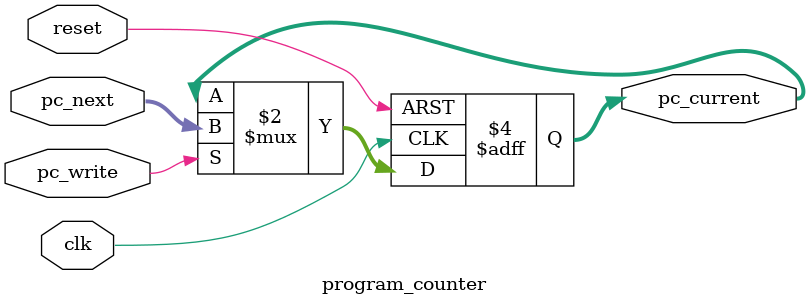
<source format=v>
module program_counter (
    input clk,
    input reset,
    input pc_write,
    input [31:0] pc_next,
    output reg [31:0] pc_current
);

    always @(posedge clk or posedge reset) begin
        if (reset) begin
            pc_current <= 32'h00000000;
        end else if (pc_write) begin
            pc_current <= pc_next;
        end
    end

endmodule
</source>
